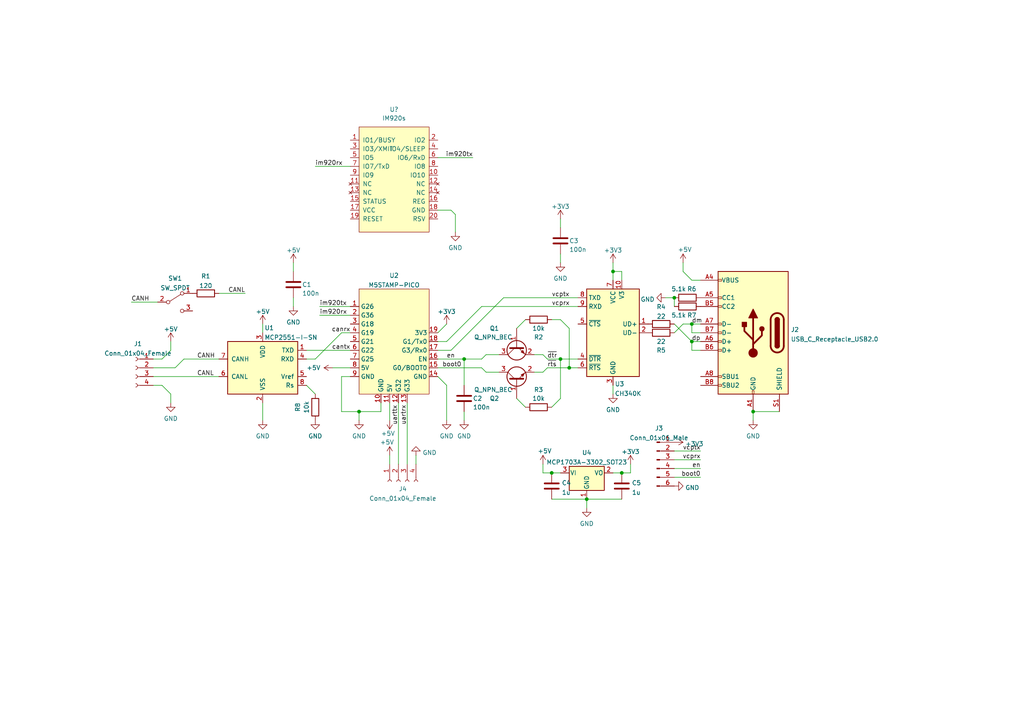
<source format=kicad_sch>
(kicad_sch (version 20211123) (generator eeschema)
  (paper "A4")
  (lib_symbols
    (symbol "Boad_dev:M5STAMP-PICO"
      (property "Reference" "U" (at 0 20.32 0))
      (property "Value" "M5STAMP-PICO" (at 2.54 13.97 0))
      (symbol "M5STAMP-PICO_0_1"
        (rectangle (start -10.16 19.05) (end 10.16 -11.43) (stroke (width 0.1524)) (fill (type background)))
      )
      (symbol "M5STAMP-PICO_1_1"
        (pin bidirectional line (at -12.7 13.97 0) (length 2.54) (name "G26") (number "1"))
        (pin power_in line (at -3.81 -13.97 90) (length 2.54) (name "GND") (number "10"))
        (pin power_in line (at -1.27 -13.97 90) (length 2.54) (name "5V") (number "11"))
        (pin bidirectional line (at 1.27 -13.97 90) (length 2.54) (name "G32") (number "12"))
        (pin bidirectional line (at 3.81 -13.97 90) (length 2.54) (name "G33") (number "13"))
        (pin power_in line (at 12.7 -6.35 180) (length 2.54) (name "GND") (number "14"))
        (pin bidirectional line (at 12.7 -3.81 180) (length 2.54) (name "G0/BOOT0") (number "15"))
        (pin input line (at 12.7 -1.27 180) (length 2.54) (name "EN") (number "16"))
        (pin bidirectional line (at 12.7 1.27 180) (length 2.54) (name "G3/Rx0") (number "17"))
        (pin bidirectional line (at 12.7 3.81 180) (length 2.54) (name "G1/Tx0") (number "18"))
        (pin power_out line (at 12.7 6.35 180) (length 2.54) (name "3V3") (number "19"))
        (pin bidirectional line (at -12.7 11.43 0) (length 2.54) (name "G36") (number "2"))
        (pin bidirectional line (at -12.7 8.89 0) (length 2.54) (name "G18") (number "3"))
        (pin bidirectional line (at -12.7 6.35 0) (length 2.54) (name "G19") (number "4"))
        (pin bidirectional line (at -12.7 3.81 0) (length 2.54) (name "G21") (number "5"))
        (pin bidirectional line (at -12.7 1.27 0) (length 2.54) (name "G22") (number "6"))
        (pin bidirectional line (at -12.7 -1.27 0) (length 2.54) (name "G25") (number "7"))
        (pin power_in line (at -12.7 -3.81 0) (length 2.54) (name "5V") (number "8"))
        (pin power_in line (at -12.7 -6.35 0) (length 2.54) (name "GND") (number "9"))
      )
    )
    (symbol "Connector:Conn_01x04_Female" (pin_names (offset 1.016) hide)
      (property "Reference" "J" (at 0 5.08 0))
      (property "Value" "Conn_01x04_Female" (at 0 -7.62 0))
      (symbol "Conn_01x04_Female_1_1"
        (arc (start 0 -4.572) (mid -0.508 -5.08) (end 0 -5.588) (stroke (width 0.1524)))
        (arc (start 0 -2.032) (mid -0.508 -2.54) (end 0 -3.048) (stroke (width 0.1524)))
        (polyline (pts (xy -1.27 -5.08) (xy -0.508 -5.08)) (stroke (width 0.1524)))
        (polyline (pts (xy -1.27 -2.54) (xy -0.508 -2.54)) (stroke (width 0.1524)))
        (polyline (pts (xy -1.27 0) (xy -0.508 0)) (stroke (width 0.1524)))
        (polyline (pts (xy -1.27 2.54) (xy -0.508 2.54)) (stroke (width 0.1524)))
        (arc (start 0 0.508) (mid -0.508 0) (end 0 -0.508) (stroke (width 0.1524)))
        (arc (start 0 3.048) (mid -0.508 2.54) (end 0 2.032) (stroke (width 0.1524)))
        (pin passive line (at -5.08 2.54 0) (length 3.81) (name "Pin_1") (number "1"))
        (pin passive line (at -5.08 0 0) (length 3.81) (name "Pin_2") (number "2"))
        (pin passive line (at -5.08 -2.54 0) (length 3.81) (name "Pin_3") (number "3"))
        (pin passive line (at -5.08 -5.08 0) (length 3.81) (name "Pin_4") (number "4"))
      )
    )
    (symbol "Connector:Conn_01x06_Male" (pin_names (offset 1.016) hide)
      (property "Reference" "J" (at 0 7.62 0))
      (property "Value" "Conn_01x06_Male" (at 0 -10.16 0))
      (symbol "Conn_01x06_Male_1_1"
        (polyline (pts (xy 1.27 -7.62) (xy 0.8636 -7.62)) (stroke (width 0.1524)))
        (polyline (pts (xy 1.27 -5.08) (xy 0.8636 -5.08)) (stroke (width 0.1524)))
        (polyline (pts (xy 1.27 -2.54) (xy 0.8636 -2.54)) (stroke (width 0.1524)))
        (polyline (pts (xy 1.27 0) (xy 0.8636 0)) (stroke (width 0.1524)))
        (polyline (pts (xy 1.27 2.54) (xy 0.8636 2.54)) (stroke (width 0.1524)))
        (polyline (pts (xy 1.27 5.08) (xy 0.8636 5.08)) (stroke (width 0.1524)))
        (rectangle (start 0.8636 -7.493) (end 0 -7.747) (stroke (width 0.1524)) (fill (type outline)))
        (rectangle (start 0.8636 -4.953) (end 0 -5.207) (stroke (width 0.1524)) (fill (type outline)))
        (rectangle (start 0.8636 -2.413) (end 0 -2.667) (stroke (width 0.1524)) (fill (type outline)))
        (rectangle (start 0.8636 0.127) (end 0 -0.127) (stroke (width 0.1524)) (fill (type outline)))
        (rectangle (start 0.8636 2.667) (end 0 2.413) (stroke (width 0.1524)) (fill (type outline)))
        (rectangle (start 0.8636 5.207) (end 0 4.953) (stroke (width 0.1524)) (fill (type outline)))
        (pin passive line (at 5.08 5.08 180) (length 3.81) (name "Pin_1") (number "1"))
        (pin passive line (at 5.08 2.54 180) (length 3.81) (name "Pin_2") (number "2"))
        (pin passive line (at 5.08 0 180) (length 3.81) (name "Pin_3") (number "3"))
        (pin passive line (at 5.08 -2.54 180) (length 3.81) (name "Pin_4") (number "4"))
        (pin passive line (at 5.08 -5.08 180) (length 3.81) (name "Pin_5") (number "5"))
        (pin passive line (at 5.08 -7.62 180) (length 3.81) (name "Pin_6") (number "6"))
      )
    )
    (symbol "Connector:USB_C_Receptacle_USB2.0" (pin_names (offset 1.016))
      (property "Reference" "J" (at -10.16 19.05 0))
      (property "Value" "USB_C_Receptacle_USB2.0" (at 19.05 19.05 0))
      (symbol "USB_C_Receptacle_USB2.0_0_0"
        (rectangle (start -0.254 -17.78) (end 0.254 -16.764))
        (rectangle (start 10.16 -14.986) (end 9.144 -15.494))
        (rectangle (start 10.16 -12.446) (end 9.144 -12.954))
        (rectangle (start 10.16 -4.826) (end 9.144 -5.334))
        (rectangle (start 10.16 -2.286) (end 9.144 -2.794))
        (rectangle (start 10.16 0.254) (end 9.144 -0.254))
        (rectangle (start 10.16 2.794) (end 9.144 2.286))
        (rectangle (start 10.16 7.874) (end 9.144 7.366))
        (rectangle (start 10.16 10.414) (end 9.144 9.906))
        (rectangle (start 10.16 15.494) (end 9.144 14.986))
      )
      (symbol "USB_C_Receptacle_USB2.0_0_1"
        (rectangle (start -10.16 17.78) (end 10.16 -17.78) (stroke (width 0.254)) (fill (type background)))
        (arc (start -8.89 -3.81) (mid -6.985 -5.715) (end -5.08 -3.81) (stroke (width 0.508)))
        (arc (start -7.62 -3.81) (mid -6.985 -4.445) (end -6.35 -3.81) (stroke (width 0.254)))
        (arc (start -7.62 -3.81) (mid -6.985 -4.445) (end -6.35 -3.81) (stroke (width 0.254)) (fill (type outline)))
        (rectangle (start -7.62 -3.81) (end -6.35 3.81) (stroke (width 0.254)) (fill (type outline)))
        (arc (start -6.35 3.81) (mid -6.985 4.445) (end -7.62 3.81) (stroke (width 0.254)))
        (arc (start -6.35 3.81) (mid -6.985 4.445) (end -7.62 3.81) (stroke (width 0.254)) (fill (type outline)))
        (arc (start -5.08 3.81) (mid -6.985 5.715) (end -8.89 3.81) (stroke (width 0.508)))
        (circle (center -2.54 1.143) (radius 0.635) (stroke (width 0.254)) (fill (type outline)))
        (circle (center 0 -5.842) (radius 1.27) (fill (type outline)))
        (polyline (pts (xy -8.89 -3.81) (xy -8.89 3.81)) (stroke (width 0.508)))
        (polyline (pts (xy -5.08 3.81) (xy -5.08 -3.81)) (stroke (width 0.508)))
        (polyline (pts (xy 0 -5.842) (xy 0 4.318)) (stroke (width 0.508)))
        (polyline (pts (xy 0 -3.302) (xy -2.54 -0.762) (xy -2.54 0.508)) (stroke (width 0.508)))
        (polyline (pts (xy 0 -2.032) (xy 2.54 0.508) (xy 2.54 1.778)) (stroke (width 0.508)))
        (polyline (pts (xy -1.27 4.318) (xy 0 6.858) (xy 1.27 4.318) (xy -1.27 4.318)) (stroke (width 0.254)) (fill (type outline)))
        (rectangle (start 1.905 1.778) (end 3.175 3.048) (stroke (width 0.254)) (fill (type outline)))
      )
      (symbol "USB_C_Receptacle_USB2.0_1_1"
        (pin passive line (at 0 -22.86 90) (length 5.08) (name "GND") (number "A1"))
        (pin passive line (at 0 -22.86 90) (length 5.08) hide (name "GND") (number "A12"))
        (pin passive line (at 15.24 15.24 180) (length 5.08) (name "VBUS") (number "A4"))
        (pin bidirectional line (at 15.24 10.16 180) (length 5.08) (name "CC1") (number "A5"))
        (pin bidirectional line (at 15.24 -2.54 180) (length 5.08) (name "D+") (number "A6"))
        (pin bidirectional line (at 15.24 2.54 180) (length 5.08) (name "D-") (number "A7"))
        (pin bidirectional line (at 15.24 -12.7 180) (length 5.08) (name "SBU1") (number "A8"))
        (pin passive line (at 15.24 15.24 180) (length 5.08) hide (name "VBUS") (number "A9"))
        (pin passive line (at 0 -22.86 90) (length 5.08) hide (name "GND") (number "B1"))
        (pin passive line (at 0 -22.86 90) (length 5.08) hide (name "GND") (number "B12"))
        (pin passive line (at 15.24 15.24 180) (length 5.08) hide (name "VBUS") (number "B4"))
        (pin bidirectional line (at 15.24 7.62 180) (length 5.08) (name "CC2") (number "B5"))
        (pin bidirectional line (at 15.24 -5.08 180) (length 5.08) (name "D+") (number "B6"))
        (pin bidirectional line (at 15.24 0 180) (length 5.08) (name "D-") (number "B7"))
        (pin bidirectional line (at 15.24 -15.24 180) (length 5.08) (name "SBU2") (number "B8"))
        (pin passive line (at 15.24 15.24 180) (length 5.08) hide (name "VBUS") (number "B9"))
        (pin passive line (at -7.62 -22.86 90) (length 5.08) (name "SHIELD") (number "S1"))
      )
    )
    (symbol "Device:C" (pin_numbers hide) (pin_names (offset 0.254))
      (property "Reference" "C" (at 0.635 2.54 0))
      (property "Value" "C" (at 0.635 -2.54 0))
      (symbol "C_0_1"
        (polyline (pts (xy -2.032 -0.762) (xy 2.032 -0.762)) (stroke (width 0.508)))
        (polyline (pts (xy -2.032 0.762) (xy 2.032 0.762)) (stroke (width 0.508)))
      )
      (symbol "C_1_1"
        (pin passive line (at 0 3.81 270) (length 2.794) (name "~") (number "1"))
        (pin passive line (at 0 -3.81 90) (length 2.794) (name "~") (number "2"))
      )
    )
    (symbol "Device:Q_NPN_BEC" (pin_names (offset 0) hide)
      (property "Reference" "Q" (at 5.08 1.27 0))
      (property "Value" "Q_NPN_BEC" (at 5.08 -1.27 0))
      (symbol "Q_NPN_BEC_0_1"
        (polyline (pts (xy 0.635 0.635) (xy 2.54 2.54)))
        (polyline (pts (xy 0.635 -0.635) (xy 2.54 -2.54) (xy 2.54 -2.54)))
        (polyline (pts (xy 0.635 1.905) (xy 0.635 -1.905) (xy 0.635 -1.905)) (stroke (width 0.508)))
        (polyline (pts (xy 1.27 -1.778) (xy 1.778 -1.27) (xy 2.286 -2.286) (xy 1.27 -1.778) (xy 1.27 -1.778)) (fill (type outline)))
        (circle (center 1.27 0) (radius 2.8194) (stroke (width 0.254)))
      )
      (symbol "Q_NPN_BEC_1_1"
        (pin input line (at -5.08 0 0) (length 5.715) (name "B") (number "1"))
        (pin passive line (at 2.54 -5.08 90) (length 2.54) (name "E") (number "2"))
        (pin passive line (at 2.54 5.08 270) (length 2.54) (name "C") (number "3"))
      )
    )
    (symbol "Device:R" (pin_numbers hide) (pin_names (offset 0))
      (property "Reference" "R" (at 2.032 0 90))
      (property "Value" "R" (at 0 0 90))
      (symbol "R_0_1"
        (rectangle (start -1.016 -2.54) (end 1.016 2.54) (stroke (width 0.254)))
      )
      (symbol "R_1_1"
        (pin passive line (at 0 3.81 270) (length 1.27) (name "~") (number "1"))
        (pin passive line (at 0 -3.81 90) (length 1.27) (name "~") (number "2"))
      )
    )
    (symbol "Interface_CAN_LIN:MCP2551-I-SN" (pin_names (offset 1.016))
      (property "Reference" "U" (at -10.16 8.89 0))
      (property "Value" "MCP2551-I-SN" (at 2.54 8.89 0))
      (symbol "MCP2551-I-SN_0_1"
        (rectangle (start -10.16 7.62) (end 10.16 -7.62) (stroke (width 0.254)) (fill (type background)))
      )
      (symbol "MCP2551-I-SN_1_1"
        (pin input line (at -12.7 5.08 0) (length 2.54) (name "TXD") (number "1"))
        (pin power_in line (at 0 -10.16 90) (length 2.54) (name "VSS") (number "2"))
        (pin power_in line (at 0 10.16 270) (length 2.54) (name "VDD") (number "3"))
        (pin output line (at -12.7 2.54 0) (length 2.54) (name "RXD") (number "4"))
        (pin power_out line (at -12.7 -2.54 0) (length 2.54) (name "Vref") (number "5"))
        (pin bidirectional line (at 12.7 -2.54 180) (length 2.54) (name "CANL") (number "6"))
        (pin bidirectional line (at 12.7 2.54 180) (length 2.54) (name "CANH") (number "7"))
        (pin input line (at -12.7 -5.08 0) (length 2.54) (name "Rs") (number "8"))
      )
    )
    (symbol "Regulator_Linear:MCP1703A-3302_SOT23" (pin_names (offset 0.254))
      (property "Reference" "U" (at -3.81 3.175 0))
      (property "Value" "MCP1703A-3302_SOT23" (at 0 3.175 0))
      (symbol "MCP1703A-3302_SOT23_0_1"
        (rectangle (start -5.08 -5.08) (end 5.08 1.905) (stroke (width 0.254)) (fill (type background)))
      )
      (symbol "MCP1703A-3302_SOT23_1_1"
        (pin power_in line (at 0 -7.62 90) (length 2.54) (name "GND") (number "1"))
        (pin power_out line (at 7.62 0 180) (length 2.54) (name "VO") (number "2"))
        (pin power_in line (at -7.62 0 0) (length 2.54) (name "VI") (number "3"))
      )
    )
    (symbol "Switch:SW_SPDT" (pin_names (offset 0) hide)
      (property "Reference" "SW" (at 0 4.318 0))
      (property "Value" "SW_SPDT" (at 0 -5.08 0))
      (symbol "SW_SPDT_0_0"
        (circle (center -2.032 0) (radius 0.508))
        (circle (center 2.032 -2.54) (radius 0.508))
      )
      (symbol "SW_SPDT_0_1"
        (polyline (pts (xy -1.524 0.254) (xy 1.651 2.286)))
        (circle (center 2.032 2.54) (radius 0.508))
      )
      (symbol "SW_SPDT_1_1"
        (pin passive line (at 5.08 2.54 180) (length 2.54) (name "A") (number "1"))
        (pin passive line (at -5.08 0 0) (length 2.54) (name "B") (number "2"))
        (pin passive line (at 5.08 -2.54 180) (length 2.54) (name "C") (number "3"))
      )
    )
    (symbol "interface_USB_additional:CH340K"
      (property "Reference" "U" (at -5.08 13.97 0))
      (property "Value" "CH340K" (at 1.27 13.97 0))
      (symbol "CH340K_0_1"
        (rectangle (start -7.62 12.7) (end 7.62 -12.7) (stroke (width 0.254)) (fill (type background)))
      )
      (symbol "CH340K_1_1"
        (pin power_in line (at 0 -15.24 90) (length 2.54) hide (name "GND") (number "0"))
        (pin bidirectional line (at -10.16 2.54 0) (length 2.54) (name "UD+") (number "1"))
        (pin passive line (at -2.54 15.24 270) (length 2.54) (name "V3") (number "10"))
        (pin bidirectional line (at -10.16 0 0) (length 2.54) (name "UD-") (number "2"))
        (pin power_in line (at 0 -15.24 90) (length 2.54) (name "GND") (number "3"))
        (pin output line (at 10.16 -7.62 180) (length 2.54) (name "~{DTR}") (number "4"))
        (pin input line (at 10.16 2.54 180) (length 2.54) (name "~{CTS}") (number "5"))
        (pin output line (at 10.16 -10.16 180) (length 2.54) (name "~{RTS}") (number "6"))
        (pin power_in line (at 0 15.24 270) (length 2.54) (name "VCC") (number "7"))
        (pin output line (at 10.16 10.16 180) (length 2.54) (name "TXD") (number "8"))
        (pin input line (at 10.16 7.62 180) (length 2.54) (name "RXD") (number "9"))
      )
    )
    (symbol "interplan:IM920s" (pin_names (offset 1.016))
      (property "Reference" "U" (at 0 13.97 0))
      (property "Value" "IM920s" (at 0 -19.05 0))
      (symbol "IM920s_0_1"
        (rectangle (start -10.16 12.7) (end 10.16 -17.78) (fill (type background)))
      )
      (symbol "IM920s_1_1"
        (pin input line (at -12.7 8.89 0) (length 2.54) (name "IO1/BUSY") (number "1"))
        (pin input line (at 12.7 -1.27 180) (length 2.54) (name "IO10") (number "10"))
        (pin no_connect line (at -12.7 -3.81 0) (length 2.54) (name "NC") (number "11"))
        (pin no_connect line (at 12.7 -3.81 180) (length 2.54) (name "NC") (number "12"))
        (pin no_connect line (at -12.7 -6.35 0) (length 2.54) (name "NC") (number "13"))
        (pin no_connect line (at 12.7 -6.35 180) (length 2.54) (name "NC") (number "14"))
        (pin input line (at -12.7 -8.89 0) (length 2.54) (name "STATUS") (number "15"))
        (pin input line (at 12.7 -8.89 180) (length 2.54) (name "REG") (number "16"))
        (pin input line (at -12.7 -11.43 0) (length 2.54) (name "VCC") (number "17"))
        (pin input line (at 12.7 -11.43 180) (length 2.54) (name "GND") (number "18"))
        (pin input line (at -12.7 -13.97 0) (length 2.54) (name "RESET") (number "19"))
        (pin input line (at 12.7 8.89 180) (length 2.54) (name "IO2") (number "2"))
        (pin input line (at 12.7 -13.97 180) (length 2.54) (name "RSV") (number "20"))
        (pin input line (at -12.7 6.35 0) (length 2.54) (name "IO3/XMIT") (number "3"))
        (pin input line (at 12.7 6.35 180) (length 2.54) (name "IO4/SLEEP") (number "4"))
        (pin input line (at -12.7 3.81 0) (length 2.54) (name "IO5") (number "5"))
        (pin input line (at 12.7 3.81 180) (length 2.54) (name "IO6/RxD") (number "6"))
        (pin input line (at -12.7 1.27 0) (length 2.54) (name "IO7/TxD") (number "7"))
        (pin input line (at 12.7 1.27 180) (length 2.54) (name "IO8") (number "8"))
        (pin input line (at -12.7 -1.27 0) (length 2.54) (name "IO9") (number "9"))
      )
    )
    (symbol "power:+3.3V" (power) (pin_names (offset 0))
      (property "Value" "+3.3V" (at 0 3.556 0))
      (symbol "+3.3V_0_1"
        (polyline (pts (xy -0.762 1.27) (xy 0 2.54)))
        (polyline (pts (xy 0 0) (xy 0 2.54)))
        (polyline (pts (xy 0 2.54) (xy 0.762 1.27)))
      )
      (symbol "+3.3V_1_1"
        (pin power_in line (at 0 0 90) (length 0) hide (name "+3V3") (number "1"))
      )
    )
    (symbol "power:+5V" (power) (pin_names (offset 0))
      (property "Value" "+5V" (at 0 3.556 0))
      (symbol "+5V_0_1"
        (polyline (pts (xy -0.762 1.27) (xy 0 2.54)))
        (polyline (pts (xy 0 0) (xy 0 2.54)))
        (polyline (pts (xy 0 2.54) (xy 0.762 1.27)))
      )
      (symbol "+5V_1_1"
        (pin power_in line (at 0 0 90) (length 0) hide (name "+5V") (number "1"))
      )
    )
    (symbol "power:GND" (power) (pin_names (offset 0))
      (property "Value" "GND" (at 0 -3.81 0))
      (symbol "GND_0_1"
        (polyline (pts (xy 0 0) (xy 0 -1.27) (xy 1.27 -1.27) (xy 0 -2.54) (xy -1.27 -1.27) (xy 0 -1.27)))
      )
      (symbol "GND_1_1"
        (pin power_in line (at 0 0 270) (length 0) hide (name "GND") (number "1"))
      )
    )
  )
  (junction (at 165.1 106.68))
  (junction (at 200.66 93.98))
  (junction (at 195.58 86.36))
  (junction (at 160.02 137.16))
  (junction (at 180.34 137.16))
  (junction (at 134.62 104.14))
  (junction (at 218.44 119.38))
  (junction (at 170.18 144.78))
  (junction (at 200.66 99.06))
  (junction (at 162.56 104.14))
  (junction (at 177.8 78.74))
  (junction (at 104.14 119.38))
  (wire (pts (xy 71.12 85.09) (xy 63.5 85.09)))
  (wire (pts (xy 160.02 144.78) (xy 170.18 144.78)))
  (wire (pts (xy 158.75 106.68) (xy 165.1 106.68)))
  (wire (pts (xy 96.52 106.68) (xy 101.6 106.68)))
  (wire (pts (xy 140.97 107.95) (xy 144.78 107.95)))
  (wire (pts (xy 195.58 86.36) (xy 195.58 88.9)))
  (wire (pts (xy 76.2 116.84) (xy 76.2 121.92)))
  (wire (pts (xy 180.34 78.74) (xy 180.34 81.28)))
  (wire (pts (xy 104.14 119.38) (xy 104.14 121.92)))
  (wire (pts (xy 160.02 137.16) (xy 157.48 137.16)))
  (wire (pts (xy 53.34 104.14) (xy 63.5 104.14)))
  (wire (pts (xy 49.53 114.3) (xy 49.53 116.84)))
  (wire (pts (xy 157.48 102.87) (xy 158.75 104.14)))
  (wire (pts (xy 139.7 106.68) (xy 140.97 107.95)))
  (wire (pts (xy 218.44 119.38) (xy 226.06 119.38)))
  (wire (pts (xy 177.8 111.76) (xy 177.8 114.3)))
  (wire (pts (xy 50.8 106.68) (xy 53.34 104.14)))
  (wire (pts (xy 203.2 130.81) (xy 195.58 130.81)))
  (wire (pts (xy 129.54 99.06) (xy 127 99.06)))
  (wire (pts (xy 177.8 81.28) (xy 177.8 78.74)))
  (wire (pts (xy 101.6 109.22) (xy 99.06 109.22)))
  (wire (pts (xy 149.86 95.25) (xy 152.4 92.71)))
  (wire (pts (xy 146.05 86.36) (xy 167.64 86.36)))
  (wire (pts (xy 162.56 73.66) (xy 162.56 76.2)))
  (wire (pts (xy 120.65 132.08) (xy 120.65 134.62)))
  (wire (pts (xy 195.58 96.52) (xy 198.12 93.98)))
  (wire (pts (xy 198.12 93.98) (xy 200.66 93.98)))
  (wire (pts (xy 104.14 119.38) (xy 110.49 119.38)))
  (wire (pts (xy 85.09 76.2) (xy 85.09 78.74)))
  (wire (pts (xy 46.99 111.76) (xy 49.53 114.3)))
  (wire (pts (xy 200.66 99.06) (xy 203.2 99.06)))
  (wire (pts (xy 158.75 106.68) (xy 157.48 107.95)))
  (wire (pts (xy 139.7 88.9) (xy 129.54 99.06)))
  (wire (pts (xy 203.2 135.89) (xy 195.58 135.89)))
  (wire (pts (xy 162.56 92.71) (xy 165.1 95.25)))
  (wire (pts (xy 167.64 88.9) (xy 139.7 88.9)))
  (wire (pts (xy 203.2 133.35) (xy 195.58 133.35)))
  (wire (pts (xy 44.45 111.76) (xy 46.99 111.76)))
  (wire (pts (xy 85.09 86.36) (xy 85.09 88.9)))
  (wire (pts (xy 130.81 60.96) (xy 127 60.96)))
  (wire (pts (xy 180.34 137.16) (xy 182.88 137.16)))
  (wire (pts (xy 182.88 134.62) (xy 182.88 137.16)))
  (wire (pts (xy 76.2 93.98) (xy 76.2 96.52)))
  (wire (pts (xy 127 101.6) (xy 130.81 101.6)))
  (wire (pts (xy 193.04 86.36) (xy 195.58 86.36)))
  (wire (pts (xy 165.1 95.25) (xy 165.1 106.68)))
  (wire (pts (xy 162.56 104.14) (xy 167.64 104.14)))
  (wire (pts (xy 200.66 101.6) (xy 200.66 99.06)))
  (wire (pts (xy 200.66 93.98) (xy 200.66 96.52)))
  (wire (pts (xy 149.86 115.57) (xy 152.4 118.11)))
  (wire (pts (xy 92.71 91.44) (xy 101.6 91.44)))
  (wire (pts (xy 99.06 119.38) (xy 104.14 119.38)))
  (wire (pts (xy 162.56 137.16) (xy 160.02 137.16)))
  (wire (pts (xy 203.2 101.6) (xy 200.66 101.6)))
  (wire (pts (xy 113.03 132.08) (xy 113.03 134.62)))
  (wire (pts (xy 140.97 102.87) (xy 144.78 102.87)))
  (wire (pts (xy 92.71 88.9) (xy 101.6 88.9)))
  (wire (pts (xy 165.1 106.68) (xy 167.64 106.68)))
  (wire (pts (xy 129.54 93.98) (xy 127 96.52)))
  (wire (pts (xy 110.49 119.38) (xy 110.49 116.84)))
  (wire (pts (xy 49.53 99.06) (xy 49.53 101.6)))
  (wire (pts (xy 44.45 106.68) (xy 50.8 106.68)))
  (wire (pts (xy 115.57 116.84) (xy 115.57 134.62)))
  (wire (pts (xy 177.8 76.2) (xy 177.8 78.74)))
  (wire (pts (xy 195.58 93.98) (xy 200.66 99.06)))
  (wire (pts (xy 177.8 137.16) (xy 180.34 137.16)))
  (wire (pts (xy 132.08 62.23) (xy 130.81 60.96)))
  (wire (pts (xy 88.9 111.76) (xy 91.44 114.3)))
  (wire (pts (xy 154.94 102.87) (xy 157.48 102.87)))
  (wire (pts (xy 134.62 111.76) (xy 134.62 104.14)))
  (wire (pts (xy 129.54 111.76) (xy 129.54 121.92)))
  (wire (pts (xy 91.44 104.14) (xy 99.06 96.52)))
  (wire (pts (xy 203.2 138.43) (xy 195.58 138.43)))
  (wire (pts (xy 162.56 63.5) (xy 162.56 66.04)))
  (wire (pts (xy 38.1 87.63) (xy 45.72 87.63)))
  (wire (pts (xy 127 109.22) (xy 129.54 111.76)))
  (wire (pts (xy 170.18 144.78) (xy 180.34 144.78)))
  (wire (pts (xy 44.45 109.22) (xy 63.5 109.22)))
  (wire (pts (xy 132.08 67.31) (xy 132.08 62.23)))
  (wire (pts (xy 99.06 96.52) (xy 101.6 96.52)))
  (wire (pts (xy 91.44 48.26) (xy 101.6 48.26)))
  (wire (pts (xy 200.66 96.52) (xy 203.2 96.52)))
  (wire (pts (xy 101.6 101.6) (xy 88.9 101.6)))
  (wire (pts (xy 158.75 104.14) (xy 162.56 104.14)))
  (wire (pts (xy 203.2 93.98) (xy 200.66 93.98)))
  (wire (pts (xy 130.81 101.6) (xy 146.05 86.36)))
  (wire (pts (xy 134.62 119.38) (xy 134.62 121.92)))
  (wire (pts (xy 177.8 78.74) (xy 180.34 78.74)))
  (wire (pts (xy 127 104.14) (xy 134.62 104.14)))
  (wire (pts (xy 134.62 104.14) (xy 139.7 104.14)))
  (wire (pts (xy 137.16 45.72) (xy 127 45.72)))
  (wire (pts (xy 160.02 92.71) (xy 162.56 92.71)))
  (wire (pts (xy 170.18 144.78) (xy 170.18 147.32)))
  (wire (pts (xy 88.9 104.14) (xy 91.44 104.14)))
  (wire (pts (xy 44.45 104.14) (xy 46.99 104.14)))
  (wire (pts (xy 127 106.68) (xy 139.7 106.68)))
  (wire (pts (xy 118.11 116.84) (xy 118.11 134.62)))
  (wire (pts (xy 160.02 118.11) (xy 162.56 115.57)))
  (wire (pts (xy 198.12 76.2) (xy 198.12 78.74)))
  (wire (pts (xy 99.06 109.22) (xy 99.06 119.38)))
  (wire (pts (xy 200.66 81.28) (xy 198.12 78.74)))
  (wire (pts (xy 113.03 121.92) (xy 113.03 116.84)))
  (wire (pts (xy 162.56 104.14) (xy 162.56 115.57)))
  (wire (pts (xy 218.44 119.38) (xy 218.44 121.92)))
  (wire (pts (xy 46.99 104.14) (xy 49.53 101.6)))
  (wire (pts (xy 203.2 81.28) (xy 200.66 81.28)))
  (wire (pts (xy 157.48 134.62) (xy 157.48 137.16)))
  (wire (pts (xy 139.7 104.14) (xy 140.97 102.87)))
  (wire (pts (xy 154.94 107.95) (xy 157.48 107.95)))
  (label "dp" (at 200.66 99.06 0))
  (label "en" (at 203.2 135.89 180))
  (label "dm" (at 200.66 93.98 0))
  (label "im920rx" (at 91.44 48.26 0))
  (label "vcprx" (at 203.2 133.35 180))
  (label "CANH" (at 57.15 104.14 0))
  (label "im920tx" (at 92.71 88.9 0))
  (label "CANL" (at 57.15 109.22 0))
  (label "im920rx" (at 92.71 91.44 0))
  (label "en" (at 129.54 104.14 0))
  (label "vcptx" (at 203.2 130.81 180))
  (label "im920tx" (at 137.16 45.72 180))
  (label "~{dtr}" (at 158.75 104.14 0))
  (label "CANL" (at 71.12 85.09 180))
  (label "uartrx" (at 118.11 123.19 90))
  (label "CANH" (at 38.1 87.63 0))
  (label "cantx" (at 101.6 101.6 180))
  (label "vcptx" (at 160.02 86.36 0))
  (label "boot0" (at 203.2 138.43 180))
  (label "~{rts}" (at 158.75 106.68 0))
  (label "canrx" (at 101.6 96.52 180))
  (label "vcprx" (at 160.02 88.9 0))
  (label "boot0" (at 128.27 106.68 0))
  (label "uarttx" (at 115.57 123.19 90))
  (symbol (lib_id "power:+3.3V") (at 129.54 93.98 0) (unit 1)
    (property "Reference" "#PWR0110" (effects hide))
    (property "Value" "+3.3V" (at 129.54 90.3755 0))
  )
  (symbol (lib_id "power:GND") (at 218.44 121.92 0) (unit 1)
    (property "Reference" "#PWR0101" (effects hide))
    (property "Value" "GND" (at 218.44 126.4825 0))
  )
  (symbol (lib_id "power:GND") (at 132.08 67.31 0) (unit 1)
    (property "Reference" "#PWR?" (effects hide))
    (property "Value" "GND" (at 132.08 71.8725 0))
  )
  (symbol (lib_id "Device:C") (at 162.56 69.85 0) (unit 1)
    (property "Reference" "C3" (at 165.1 69.85 0) (effects (justify left)))
    (property "Value" "100n" (at 165.1 72.39 0) (effects (justify left)))
    (property "Footprint" "Capacitor_SMD:C_0603_1608Metric" (effects hide))
  )
  (symbol (lib_id "Device:C") (at 85.09 82.55 0) (unit 1)
    (property "Reference" "C1" (at 87.63 82.55 0) (effects (justify left)))
    (property "Value" "100n" (at 87.63 85.09 0) (effects (justify left)))
    (property "Footprint" "Capacitor_SMD:C_0603_1608Metric" (effects hide))
  )
  (symbol (lib_id "Device:C") (at 160.02 140.97 0) (unit 1)
    (property "Reference" "C4" (at 162.941 140.0615 0) (effects (justify left)))
    (property "Value" "1u" (at 162.941 142.8366 0) (effects (justify left)))
    (property "Footprint" "Capacitor_SMD:C_0603_1608Metric" (effects hide))
  )
  (symbol (lib_id "power:GND") (at 104.14 121.92 0) (unit 1)
    (property "Reference" "#PWR0108" (effects hide))
    (property "Value" "GND" (at 104.14 126.4825 0))
  )
  (symbol (lib_id "Device:R") (at 191.77 93.98 90) (unit 1)
    (property "Reference" "R4" (at 191.77 88.9975 90))
    (property "Value" "22" (at 191.77 91.7726 90))
    (property "Footprint" "Resistor_SMD:R_0603_1608Metric" (effects hide))
  )
  (symbol (lib_id "Connector:Conn_01x04_Female") (at 115.57 139.7 90) (mirror x) (unit 1)
    (property "Reference" "J4" (at 116.84 141.7987 90))
    (property "Value" "Conn_01x04_Female" (at 116.84 144.5738 90))
    (property "Footprint" "Connector_JST:JST_XA_S04B-XASK-1_1x04_P2.50mm_Horizontal" (effects hide))
  )
  (symbol (lib_id "power:GND") (at 195.58 140.97 90) (unit 1)
    (property "Reference" "#PWR0120" (effects hide))
    (property "Value" "GND" (at 198.755 141.449 90) (effects (justify right)))
  )
  (symbol (lib_id "Interface_CAN_LIN:MCP2551-I-SN") (at 76.2 106.68 0) (mirror y) (unit 1)
    (property "Reference" "U1" (at 76.7206 95.0935 0) (effects (justify right)))
    (property "Value" "MCP2551-I-SN" (at 76.7206 97.8686 0) (effects (justify right)))
    (property "Footprint" "Package_SO:SOIC-8_3.9x4.9mm_P1.27mm" (effects hide))
    (property "Datasheet" "http://ww1.microchip.com/downloads/en/devicedoc/21667d.pdf" (effects hide))
  )
  (symbol (lib_id "power:+3.3V") (at 177.8 76.2 0) (unit 1)
    (property "Reference" "#PWR0105" (effects hide))
    (property "Value" "+3.3V" (at 177.8 72.5955 0))
  )
  (symbol (lib_id "power:+5V") (at 157.48 134.62 0) (unit 1)
    (property "Reference" "#PWR02" (effects hide))
    (property "Value" "+5V" (at 160.02 130.81 0) (effects (justify right)))
  )
  (symbol (lib_id "power:+5V") (at 85.09 76.2 0) (unit 1)
    (property "Reference" "#PWR0119" (effects hide))
    (property "Value" "+5V" (at 85.09 72.5955 0))
  )
  (symbol (lib_id "power:+3.3V") (at 195.58 128.27 270) (unit 1)
    (property "Reference" "#PWR0121" (effects hide))
    (property "Value" "+3.3V" (at 198.755 128.749 90) (effects (justify left)))
  )
  (symbol (lib_id "power:GND") (at 134.62 121.92 0) (unit 1)
    (property "Reference" "#PWR0112" (effects hide))
    (property "Value" "GND" (at 134.62 126.4825 0))
  )
  (symbol (lib_id "interplan:IM920s") (at 114.3 49.53 0) (unit 1)
    (property "Reference" "U?" (at 114.3 31.75 0))
    (property "Value" "IM920s" (at 114.3 34.29 0))
    (property "Footprint" "interplan:IM920s" (effects hide))
  )
  (symbol (lib_id "Regulator_Linear:MCP1703A-3302_SOT23") (at 170.18 137.16 0) (unit 1)
    (property "Reference" "U4" (at 170.18 131.2885 0))
    (property "Value" "MCP1703A-3302_SOT23" (at 170.18 134.0636 0))
    (property "Footprint" "Package_TO_SOT_SMD:SOT-23" (effects hide))
    (property "Datasheet" "http://ww1.microchip.com/downloads/en/DeviceDoc/20005122B.pdf" (effects hide))
  )
  (symbol (lib_id "Device:C") (at 180.34 140.97 0) (unit 1)
    (property "Reference" "C5" (at 183.261 140.0615 0) (effects (justify left)))
    (property "Value" "1u" (at 183.261 142.8366 0) (effects (justify left)))
    (property "Footprint" "Capacitor_SMD:C_0603_1608Metric" (effects hide))
  )
  (symbol (lib_id "Connector:Conn_01x06_Male") (at 190.5 133.35 0) (unit 1)
    (property "Reference" "J3" (at 191.135 124.2273 0))
    (property "Value" "Conn_01x06_Male" (at 191.135 127.0024 0))
    (property "Footprint" "Connector_PinHeader_2.54mm:PinHeader_1x06_P2.54mm_Horizontal" (effects hide))
  )
  (symbol (lib_id "power:+3.3V") (at 182.88 134.62 0) (unit 1)
    (property "Reference" "#PWR04" (effects hide))
    (property "Value" "+3.3V" (at 182.88 131.0155 0))
  )
  (symbol (lib_id "power:GND") (at 120.65 132.08 180) (unit 1)
    (property "Reference" "#PWR06" (effects hide))
    (property "Value" "GND" (at 122.555 131.289 0) (effects (justify right)))
  )
  (symbol (lib_id "Device:R") (at 199.39 86.36 90) (unit 1)
    (property "Reference" "R6" (at 200.66 83.82 90))
    (property "Value" "5.1k" (at 196.85 83.82 90))
    (property "Footprint" "Resistor_SMD:R_0603_1608Metric" (effects hide))
  )
  (symbol (lib_id "Device:Q_NPN_BEC") (at 149.86 110.49 90) (unit 1)
    (property "Reference" "Q2" (at 144.78 115.57 90) (effects (justify left)))
    (property "Value" "Q_NPN_BEC" (at 148.59 113.03 90) (effects (justify left)))
    (property "Footprint" "Package_TO_SOT_SMD:SOT-23" (effects hide))
  )
  (symbol (lib_id "power:GND") (at 193.04 86.36 270) (unit 1)
    (property "Reference" "#PWR0103" (effects hide))
    (property "Value" "GND" (at 189.8651 86.839 90) (effects (justify right)))
  )
  (symbol (lib_id "Device:C") (at 134.62 115.57 0) (unit 1)
    (property "Reference" "C2" (at 137.16 115.57 0) (effects (justify left)))
    (property "Value" "100n" (at 137.16 118.11 0) (effects (justify left)))
    (property "Footprint" "Capacitor_SMD:C_0603_1608Metric" (effects hide))
  )
  (symbol (lib_id "Device:Q_NPN_BEC") (at 149.86 100.33 90) (mirror x) (unit 1)
    (property "Reference" "Q1" (at 144.78 95.25 90) (effects (justify left)))
    (property "Value" "Q_NPN_BEC" (at 148.59 97.79 90) (effects (justify left)))
    (property "Footprint" "Package_TO_SOT_SMD:SOT-23" (effects hide))
  )
  (symbol (lib_id "Device:R") (at 156.21 92.71 90) (unit 1)
    (property "Reference" "R2" (at 156.21 97.79 90))
    (property "Value" "10k" (at 156.21 95.25 90))
    (property "Footprint" "Resistor_SMD:R_0603_1608Metric" (effects hide))
  )
  (symbol (lib_id "interface_USB_additional:CH340K") (at 177.8 96.52 0) (mirror y) (unit 1)
    (property "Reference" "U3" (at 178.3206 111.3695 0) (effects (justify right)))
    (property "Value" "CH340K" (at 178.3206 114.1446 0) (effects (justify right)))
    (property "Footprint" "Package_SO:SSOP-10_3.9x4.9mm_P1.00mm" (effects hide))
    (property "Datasheet" "https://akizukidenshi.com/download/ds/wch/ch340.pdf" (effects hide))
  )
  (symbol (lib_id "power:GND") (at 49.53 116.84 0) (unit 1)
    (property "Reference" "#PWR0117" (effects hide))
    (property "Value" "GND" (at 49.53 121.4025 0))
  )
  (symbol (lib_id "Switch:SW_SPDT") (at 50.8 87.63 0) (unit 1)
    (property "Reference" "SW1" (at 50.8 80.7425 0))
    (property "Value" "SW_SPDT" (at 50.8 83.5176 0))
    (property "Footprint" "Button_Switch_additional:IS-1245T-G" (effects hide))
  )
  (symbol (lib_id "Device:R") (at 191.77 96.52 270) (unit 1)
    (property "Reference" "R5" (at 191.77 101.6 90))
    (property "Value" "22" (at 191.77 99.06 90))
    (property "Footprint" "Resistor_SMD:R_0603_1608Metric" (effects hide))
  )
  (symbol (lib_id "Device:R") (at 91.44 118.11 180) (unit 1)
    (property "Reference" "R8" (at 86.36 118.11 90))
    (property "Value" "10k" (at 88.9 118.11 90))
    (property "Footprint" "Resistor_SMD:R_0603_1608Metric" (effects hide))
  )
  (symbol (lib_id "power:GND") (at 91.44 121.92 0) (unit 1)
    (property "Reference" "#PWR01" (effects hide))
    (property "Value" "GND" (at 91.44 126.4825 0))
  )
  (symbol (lib_id "power:GND") (at 170.18 147.32 0) (unit 1)
    (property "Reference" "#PWR03" (effects hide))
    (property "Value" "GND" (at 170.18 151.8825 0))
  )
  (symbol (lib_id "power:+5V") (at 198.12 76.2 0) (unit 1)
    (property "Reference" "#PWR0102" (effects hide))
    (property "Value" "+5V" (at 200.66 72.39 0) (effects (justify right)))
  )
  (symbol (lib_id "Boad_dev:M5STAMP-PICO") (at 114.3 102.87 0) (unit 1)
    (property "Reference" "U2" (at 114.3 79.9043 0))
    (property "Value" "M5STAMP-PICO" (at 114.3 82.6794 0))
    (property "Footprint" "Boad_dev:M5STAMP-PICO" (effects hide))
    (property "Datasheet" "https://docs.m5stack.com/en/core/stamp_pico" (effects hide))
  )
  (symbol (lib_id "Device:R") (at 59.69 85.09 90) (unit 1)
    (property "Reference" "R1" (at 59.69 80.1075 90))
    (property "Value" "120" (at 59.69 82.8826 90))
    (property "Footprint" "Resistor_SMD:R_0603_1608Metric" (effects hide))
  )
  (symbol (lib_id "power:+5V") (at 113.03 132.08 0) (unit 1)
    (property "Reference" "#PWR05" (effects hide))
    (property "Value" "+5V" (at 114.3 128.27 0) (effects (justify right)))
  )
  (symbol (lib_id "power:GND") (at 85.09 88.9 0) (unit 1)
    (property "Reference" "#PWR0115" (effects hide))
    (property "Value" "GND" (at 85.09 93.4625 0))
  )
  (symbol (lib_id "power:GND") (at 129.54 121.92 0) (unit 1)
    (property "Reference" "#PWR0111" (effects hide))
    (property "Value" "GND" (at 129.54 126.4825 0))
  )
  (symbol (lib_id "Connector:Conn_01x04_Female") (at 39.37 106.68 0) (mirror y) (unit 1)
    (property "Reference" "J1" (at 40.005 99.7163 0))
    (property "Value" "Conn_01x04_Female" (at 40.005 102.4914 0))
    (property "Footprint" "Connector_JST:JST_XA_S04B-XASK-1_1x04_P2.50mm_Horizontal" (effects hide))
  )
  (symbol (lib_id "power:+5V") (at 49.53 99.06 0) (unit 1)
    (property "Reference" "#PWR0118" (effects hide))
    (property "Value" "+5V" (at 49.53 95.4555 0))
  )
  (symbol (lib_id "Device:R") (at 156.21 118.11 90) (unit 1)
    (property "Reference" "R3" (at 156.21 113.03 90))
    (property "Value" "10k" (at 156.21 115.57 90))
    (property "Footprint" "Resistor_SMD:R_0603_1608Metric" (effects hide))
  )
  (symbol (lib_id "power:+5V") (at 113.03 121.92 180) (unit 1)
    (property "Reference" "#PWR0109" (effects hide))
    (property "Value" "+5V" (at 110.49 125.73 0) (effects (justify right)))
  )
  (symbol (lib_id "Device:R") (at 199.39 88.9 90) (unit 1)
    (property "Reference" "R7" (at 200.66 91.44 90))
    (property "Value" "5.1k" (at 196.85 91.44 90))
    (property "Footprint" "Resistor_SMD:R_0603_1608Metric" (effects hide))
  )
  (symbol (lib_id "power:+5V") (at 96.52 106.68 90) (unit 1)
    (property "Reference" "#PWR0113" (effects hide))
    (property "Value" "+5V" (at 88.9 106.68 90) (effects (justify right)))
  )
  (symbol (lib_id "Connector:USB_C_Receptacle_USB2.0") (at 218.44 96.52 0) (mirror y) (unit 1)
    (property "Reference" "J2" (at 229.362 95.6115 0) (effects (justify right)))
    (property "Value" "USB_C_Receptacle_USB2.0" (at 229.362 98.3866 0) (effects (justify right)))
    (property "Footprint" "Connector_USB:USB_C_Receptacle_XKB_U262-16XN-4BVC11" (effects hide))
    (property "Datasheet" "https://www.usb.org/sites/default/files/documents/usb_type-c.zip" (effects hide))
  )
  (symbol (lib_id "power:GND") (at 177.8 114.3 0) (unit 1)
    (property "Reference" "#PWR0104" (effects hide))
    (property "Value" "GND" (at 177.8 118.8625 0))
  )
  (symbol (lib_id "power:+3.3V") (at 162.56 63.5 0) (unit 1)
    (property "Reference" "#PWR0107" (effects hide))
    (property "Value" "+3.3V" (at 162.56 59.8955 0))
  )
  (symbol (lib_id "power:+5V") (at 76.2 93.98 0) (unit 1)
    (property "Reference" "#PWR0114" (effects hide))
    (property "Value" "+5V" (at 76.2 90.3755 0))
  )
  (symbol (lib_id "power:GND") (at 162.56 76.2 0) (unit 1)
    (property "Reference" "#PWR0106" (effects hide))
    (property "Value" "GND" (at 162.56 80.7625 0))
  )
  (symbol (lib_id "power:GND") (at 76.2 121.92 0) (unit 1)
    (property "Reference" "#PWR0116" (effects hide))
    (property "Value" "GND" (at 76.2 126.4825 0))
  )
)
</source>
